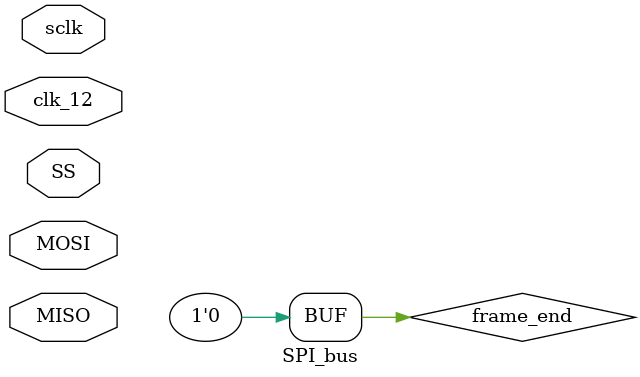
<source format=v>

module SPI_bus #(parameter frame_len = 8)
               (input wire sclk,
                input wire MISO,
                input wire MOSI,
                input wire SS,
                input wire clk_12);

  // -- Parameters --
  // frame_len => Length of the captured frame

  // -- Registers --
  // End-of-frame register
  reg frame_end = 0;

  // Memory Block
  

endmodule

</source>
